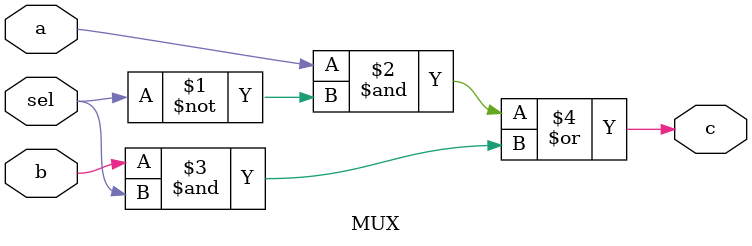
<source format=v>

module MUX (
  input a,
  input b,
  input sel,
  output c
);
  assign c = ((a & ~ sel) | (b & sel));
endmodule

</source>
